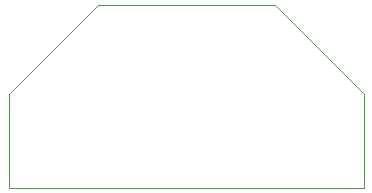
<source format=gbr>
%TF.GenerationSoftware,KiCad,Pcbnew,8.0.5*%
%TF.CreationDate,2024-11-11T23:16:50+01:00*%
%TF.ProjectId,ledConnector,6c656443-6f6e-46e6-9563-746f722e6b69,rev?*%
%TF.SameCoordinates,Original*%
%TF.FileFunction,Profile,NP*%
%FSLAX46Y46*%
G04 Gerber Fmt 4.6, Leading zero omitted, Abs format (unit mm)*
G04 Created by KiCad (PCBNEW 8.0.5) date 2024-11-11 23:16:50*
%MOMM*%
%LPD*%
G01*
G04 APERTURE LIST*
%TA.AperFunction,Profile*%
%ADD10C,0.050000*%
%TD*%
G04 APERTURE END LIST*
D10*
X141000000Y-98500000D02*
X133500000Y-106000000D01*
X133500000Y-114000000D02*
X133500000Y-106000000D01*
X163500000Y-106000000D02*
X156000000Y-98500000D01*
X141000000Y-98500000D02*
X156000000Y-98500000D01*
X133500000Y-114000000D02*
X163500000Y-114000000D01*
X163500000Y-114000000D02*
X163500000Y-106000000D01*
M02*

</source>
